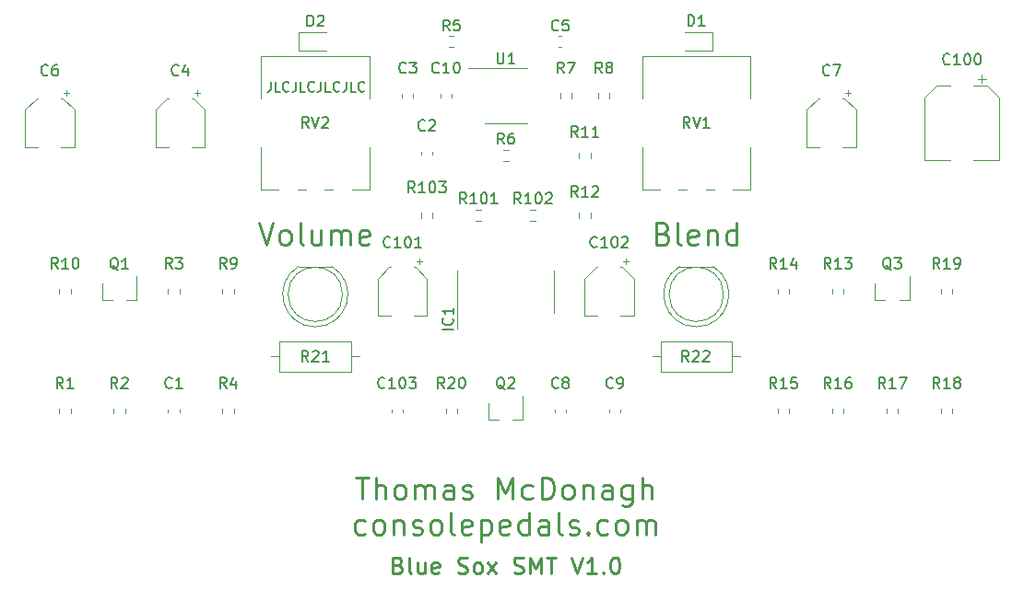
<source format=gbr>
G04 #@! TF.GenerationSoftware,KiCad,Pcbnew,(5.1.7)-1*
G04 #@! TF.CreationDate,2022-03-27T18:30:17-05:00*
G04 #@! TF.ProjectId,ConsolePedalBlueSoxSMT,436f6e73-6f6c-4655-9065-64616c426c75,rev?*
G04 #@! TF.SameCoordinates,Original*
G04 #@! TF.FileFunction,Legend,Top*
G04 #@! TF.FilePolarity,Positive*
%FSLAX46Y46*%
G04 Gerber Fmt 4.6, Leading zero omitted, Abs format (unit mm)*
G04 Created by KiCad (PCBNEW (5.1.7)-1) date 2022-03-27 18:30:17*
%MOMM*%
%LPD*%
G01*
G04 APERTURE LIST*
%ADD10C,0.250000*%
%ADD11C,0.150000*%
%ADD12C,0.120000*%
G04 APERTURE END LIST*
D10*
X147202380Y-90662142D02*
X147488095Y-90757380D01*
X147583333Y-90852619D01*
X147678571Y-91043095D01*
X147678571Y-91328809D01*
X147583333Y-91519285D01*
X147488095Y-91614523D01*
X147297619Y-91709761D01*
X146535714Y-91709761D01*
X146535714Y-89709761D01*
X147202380Y-89709761D01*
X147392857Y-89805000D01*
X147488095Y-89900238D01*
X147583333Y-90090714D01*
X147583333Y-90281190D01*
X147488095Y-90471666D01*
X147392857Y-90566904D01*
X147202380Y-90662142D01*
X146535714Y-90662142D01*
X148821428Y-91709761D02*
X148630952Y-91614523D01*
X148535714Y-91424047D01*
X148535714Y-89709761D01*
X150345238Y-91614523D02*
X150154761Y-91709761D01*
X149773809Y-91709761D01*
X149583333Y-91614523D01*
X149488095Y-91424047D01*
X149488095Y-90662142D01*
X149583333Y-90471666D01*
X149773809Y-90376428D01*
X150154761Y-90376428D01*
X150345238Y-90471666D01*
X150440476Y-90662142D01*
X150440476Y-90852619D01*
X149488095Y-91043095D01*
X151297619Y-90376428D02*
X151297619Y-91709761D01*
X151297619Y-90566904D02*
X151392857Y-90471666D01*
X151583333Y-90376428D01*
X151869047Y-90376428D01*
X152059523Y-90471666D01*
X152154761Y-90662142D01*
X152154761Y-91709761D01*
X153964285Y-91709761D02*
X153964285Y-89709761D01*
X153964285Y-91614523D02*
X153773809Y-91709761D01*
X153392857Y-91709761D01*
X153202380Y-91614523D01*
X153107142Y-91519285D01*
X153011904Y-91328809D01*
X153011904Y-90757380D01*
X153107142Y-90566904D01*
X153202380Y-90471666D01*
X153392857Y-90376428D01*
X153773809Y-90376428D01*
X153964285Y-90471666D01*
X110059523Y-89709761D02*
X110726190Y-91709761D01*
X111392857Y-89709761D01*
X112345238Y-91709761D02*
X112154761Y-91614523D01*
X112059523Y-91519285D01*
X111964285Y-91328809D01*
X111964285Y-90757380D01*
X112059523Y-90566904D01*
X112154761Y-90471666D01*
X112345238Y-90376428D01*
X112630952Y-90376428D01*
X112821428Y-90471666D01*
X112916666Y-90566904D01*
X113011904Y-90757380D01*
X113011904Y-91328809D01*
X112916666Y-91519285D01*
X112821428Y-91614523D01*
X112630952Y-91709761D01*
X112345238Y-91709761D01*
X114154761Y-91709761D02*
X113964285Y-91614523D01*
X113869047Y-91424047D01*
X113869047Y-89709761D01*
X115773809Y-90376428D02*
X115773809Y-91709761D01*
X114916666Y-90376428D02*
X114916666Y-91424047D01*
X115011904Y-91614523D01*
X115202380Y-91709761D01*
X115488095Y-91709761D01*
X115678571Y-91614523D01*
X115773809Y-91519285D01*
X116726190Y-91709761D02*
X116726190Y-90376428D01*
X116726190Y-90566904D02*
X116821428Y-90471666D01*
X117011904Y-90376428D01*
X117297619Y-90376428D01*
X117488095Y-90471666D01*
X117583333Y-90662142D01*
X117583333Y-91709761D01*
X117583333Y-90662142D02*
X117678571Y-90471666D01*
X117869047Y-90376428D01*
X118154761Y-90376428D01*
X118345238Y-90471666D01*
X118440476Y-90662142D01*
X118440476Y-91709761D01*
X120154761Y-91614523D02*
X119964285Y-91709761D01*
X119583333Y-91709761D01*
X119392857Y-91614523D01*
X119297619Y-91424047D01*
X119297619Y-90662142D01*
X119392857Y-90471666D01*
X119583333Y-90376428D01*
X119964285Y-90376428D01*
X120154761Y-90471666D01*
X120250000Y-90662142D01*
X120250000Y-90852619D01*
X119297619Y-91043095D01*
D11*
X111158857Y-76723142D02*
X111158857Y-77366000D01*
X111116000Y-77494571D01*
X111030285Y-77580285D01*
X110901714Y-77623142D01*
X110816000Y-77623142D01*
X112016000Y-77623142D02*
X111587428Y-77623142D01*
X111587428Y-76723142D01*
X112830285Y-77537428D02*
X112787428Y-77580285D01*
X112658857Y-77623142D01*
X112573142Y-77623142D01*
X112444571Y-77580285D01*
X112358857Y-77494571D01*
X112316000Y-77408857D01*
X112273142Y-77237428D01*
X112273142Y-77108857D01*
X112316000Y-76937428D01*
X112358857Y-76851714D01*
X112444571Y-76766000D01*
X112573142Y-76723142D01*
X112658857Y-76723142D01*
X112787428Y-76766000D01*
X112830285Y-76808857D01*
X113473142Y-76723142D02*
X113473142Y-77366000D01*
X113430285Y-77494571D01*
X113344571Y-77580285D01*
X113216000Y-77623142D01*
X113130285Y-77623142D01*
X114330285Y-77623142D02*
X113901714Y-77623142D01*
X113901714Y-76723142D01*
X115144571Y-77537428D02*
X115101714Y-77580285D01*
X114973142Y-77623142D01*
X114887428Y-77623142D01*
X114758857Y-77580285D01*
X114673142Y-77494571D01*
X114630285Y-77408857D01*
X114587428Y-77237428D01*
X114587428Y-77108857D01*
X114630285Y-76937428D01*
X114673142Y-76851714D01*
X114758857Y-76766000D01*
X114887428Y-76723142D01*
X114973142Y-76723142D01*
X115101714Y-76766000D01*
X115144571Y-76808857D01*
X115787428Y-76723142D02*
X115787428Y-77366000D01*
X115744571Y-77494571D01*
X115658857Y-77580285D01*
X115530285Y-77623142D01*
X115444571Y-77623142D01*
X116644571Y-77623142D02*
X116216000Y-77623142D01*
X116216000Y-76723142D01*
X117458857Y-77537428D02*
X117416000Y-77580285D01*
X117287428Y-77623142D01*
X117201714Y-77623142D01*
X117073142Y-77580285D01*
X116987428Y-77494571D01*
X116944571Y-77408857D01*
X116901714Y-77237428D01*
X116901714Y-77108857D01*
X116944571Y-76937428D01*
X116987428Y-76851714D01*
X117073142Y-76766000D01*
X117201714Y-76723142D01*
X117287428Y-76723142D01*
X117416000Y-76766000D01*
X117458857Y-76808857D01*
X118101714Y-76723142D02*
X118101714Y-77366000D01*
X118058857Y-77494571D01*
X117973142Y-77580285D01*
X117844571Y-77623142D01*
X117758857Y-77623142D01*
X118958857Y-77623142D02*
X118530285Y-77623142D01*
X118530285Y-76723142D01*
X119773142Y-77537428D02*
X119730285Y-77580285D01*
X119601714Y-77623142D01*
X119516000Y-77623142D01*
X119387428Y-77580285D01*
X119301714Y-77494571D01*
X119258857Y-77408857D01*
X119216000Y-77237428D01*
X119216000Y-77108857D01*
X119258857Y-76937428D01*
X119301714Y-76851714D01*
X119387428Y-76766000D01*
X119516000Y-76723142D01*
X119601714Y-76723142D01*
X119730285Y-76766000D01*
X119773142Y-76808857D01*
D10*
X122857142Y-121177857D02*
X123071428Y-121249285D01*
X123142857Y-121320714D01*
X123214285Y-121463571D01*
X123214285Y-121677857D01*
X123142857Y-121820714D01*
X123071428Y-121892142D01*
X122928571Y-121963571D01*
X122357142Y-121963571D01*
X122357142Y-120463571D01*
X122857142Y-120463571D01*
X123000000Y-120535000D01*
X123071428Y-120606428D01*
X123142857Y-120749285D01*
X123142857Y-120892142D01*
X123071428Y-121035000D01*
X123000000Y-121106428D01*
X122857142Y-121177857D01*
X122357142Y-121177857D01*
X124071428Y-121963571D02*
X123928571Y-121892142D01*
X123857142Y-121749285D01*
X123857142Y-120463571D01*
X125285714Y-120963571D02*
X125285714Y-121963571D01*
X124642857Y-120963571D02*
X124642857Y-121749285D01*
X124714285Y-121892142D01*
X124857142Y-121963571D01*
X125071428Y-121963571D01*
X125214285Y-121892142D01*
X125285714Y-121820714D01*
X126571428Y-121892142D02*
X126428571Y-121963571D01*
X126142857Y-121963571D01*
X126000000Y-121892142D01*
X125928571Y-121749285D01*
X125928571Y-121177857D01*
X126000000Y-121035000D01*
X126142857Y-120963571D01*
X126428571Y-120963571D01*
X126571428Y-121035000D01*
X126642857Y-121177857D01*
X126642857Y-121320714D01*
X125928571Y-121463571D01*
X128357142Y-121892142D02*
X128571428Y-121963571D01*
X128928571Y-121963571D01*
X129071428Y-121892142D01*
X129142857Y-121820714D01*
X129214285Y-121677857D01*
X129214285Y-121535000D01*
X129142857Y-121392142D01*
X129071428Y-121320714D01*
X128928571Y-121249285D01*
X128642857Y-121177857D01*
X128500000Y-121106428D01*
X128428571Y-121035000D01*
X128357142Y-120892142D01*
X128357142Y-120749285D01*
X128428571Y-120606428D01*
X128500000Y-120535000D01*
X128642857Y-120463571D01*
X129000000Y-120463571D01*
X129214285Y-120535000D01*
X130071428Y-121963571D02*
X129928571Y-121892142D01*
X129857142Y-121820714D01*
X129785714Y-121677857D01*
X129785714Y-121249285D01*
X129857142Y-121106428D01*
X129928571Y-121035000D01*
X130071428Y-120963571D01*
X130285714Y-120963571D01*
X130428571Y-121035000D01*
X130500000Y-121106428D01*
X130571428Y-121249285D01*
X130571428Y-121677857D01*
X130500000Y-121820714D01*
X130428571Y-121892142D01*
X130285714Y-121963571D01*
X130071428Y-121963571D01*
X131071428Y-121963571D02*
X131857142Y-120963571D01*
X131071428Y-120963571D02*
X131857142Y-121963571D01*
X133500000Y-121892142D02*
X133714285Y-121963571D01*
X134071428Y-121963571D01*
X134214285Y-121892142D01*
X134285714Y-121820714D01*
X134357142Y-121677857D01*
X134357142Y-121535000D01*
X134285714Y-121392142D01*
X134214285Y-121320714D01*
X134071428Y-121249285D01*
X133785714Y-121177857D01*
X133642857Y-121106428D01*
X133571428Y-121035000D01*
X133500000Y-120892142D01*
X133500000Y-120749285D01*
X133571428Y-120606428D01*
X133642857Y-120535000D01*
X133785714Y-120463571D01*
X134142857Y-120463571D01*
X134357142Y-120535000D01*
X135000000Y-121963571D02*
X135000000Y-120463571D01*
X135500000Y-121535000D01*
X136000000Y-120463571D01*
X136000000Y-121963571D01*
X136500000Y-120463571D02*
X137357142Y-120463571D01*
X136928571Y-121963571D02*
X136928571Y-120463571D01*
X138785714Y-120463571D02*
X139285714Y-121963571D01*
X139785714Y-120463571D01*
X141071428Y-121963571D02*
X140214285Y-121963571D01*
X140642857Y-121963571D02*
X140642857Y-120463571D01*
X140500000Y-120677857D01*
X140357142Y-120820714D01*
X140214285Y-120892142D01*
X141714285Y-121820714D02*
X141785714Y-121892142D01*
X141714285Y-121963571D01*
X141642857Y-121892142D01*
X141714285Y-121820714D01*
X141714285Y-121963571D01*
X142714285Y-120463571D02*
X142857142Y-120463571D01*
X143000000Y-120535000D01*
X143071428Y-120606428D01*
X143142857Y-120749285D01*
X143214285Y-121035000D01*
X143214285Y-121392142D01*
X143142857Y-121677857D01*
X143071428Y-121820714D01*
X143000000Y-121892142D01*
X142857142Y-121963571D01*
X142714285Y-121963571D01*
X142571428Y-121892142D01*
X142500000Y-121820714D01*
X142428571Y-121677857D01*
X142357142Y-121392142D01*
X142357142Y-121035000D01*
X142428571Y-120749285D01*
X142500000Y-120606428D01*
X142571428Y-120535000D01*
X142714285Y-120463571D01*
X119000714Y-113103761D02*
X120143571Y-113103761D01*
X119572142Y-115103761D02*
X119572142Y-113103761D01*
X120810238Y-115103761D02*
X120810238Y-113103761D01*
X121667380Y-115103761D02*
X121667380Y-114056142D01*
X121572142Y-113865666D01*
X121381666Y-113770428D01*
X121095952Y-113770428D01*
X120905476Y-113865666D01*
X120810238Y-113960904D01*
X122905476Y-115103761D02*
X122715000Y-115008523D01*
X122619761Y-114913285D01*
X122524523Y-114722809D01*
X122524523Y-114151380D01*
X122619761Y-113960904D01*
X122715000Y-113865666D01*
X122905476Y-113770428D01*
X123191190Y-113770428D01*
X123381666Y-113865666D01*
X123476904Y-113960904D01*
X123572142Y-114151380D01*
X123572142Y-114722809D01*
X123476904Y-114913285D01*
X123381666Y-115008523D01*
X123191190Y-115103761D01*
X122905476Y-115103761D01*
X124429285Y-115103761D02*
X124429285Y-113770428D01*
X124429285Y-113960904D02*
X124524523Y-113865666D01*
X124715000Y-113770428D01*
X125000714Y-113770428D01*
X125191190Y-113865666D01*
X125286428Y-114056142D01*
X125286428Y-115103761D01*
X125286428Y-114056142D02*
X125381666Y-113865666D01*
X125572142Y-113770428D01*
X125857857Y-113770428D01*
X126048333Y-113865666D01*
X126143571Y-114056142D01*
X126143571Y-115103761D01*
X127953095Y-115103761D02*
X127953095Y-114056142D01*
X127857857Y-113865666D01*
X127667380Y-113770428D01*
X127286428Y-113770428D01*
X127095952Y-113865666D01*
X127953095Y-115008523D02*
X127762619Y-115103761D01*
X127286428Y-115103761D01*
X127095952Y-115008523D01*
X127000714Y-114818047D01*
X127000714Y-114627571D01*
X127095952Y-114437095D01*
X127286428Y-114341857D01*
X127762619Y-114341857D01*
X127953095Y-114246619D01*
X128810238Y-115008523D02*
X129000714Y-115103761D01*
X129381666Y-115103761D01*
X129572142Y-115008523D01*
X129667380Y-114818047D01*
X129667380Y-114722809D01*
X129572142Y-114532333D01*
X129381666Y-114437095D01*
X129095952Y-114437095D01*
X128905476Y-114341857D01*
X128810238Y-114151380D01*
X128810238Y-114056142D01*
X128905476Y-113865666D01*
X129095952Y-113770428D01*
X129381666Y-113770428D01*
X129572142Y-113865666D01*
X132048333Y-115103761D02*
X132048333Y-113103761D01*
X132715000Y-114532333D01*
X133381666Y-113103761D01*
X133381666Y-115103761D01*
X135191190Y-115008523D02*
X135000714Y-115103761D01*
X134619761Y-115103761D01*
X134429285Y-115008523D01*
X134334047Y-114913285D01*
X134238809Y-114722809D01*
X134238809Y-114151380D01*
X134334047Y-113960904D01*
X134429285Y-113865666D01*
X134619761Y-113770428D01*
X135000714Y-113770428D01*
X135191190Y-113865666D01*
X136048333Y-115103761D02*
X136048333Y-113103761D01*
X136524523Y-113103761D01*
X136810238Y-113199000D01*
X137000714Y-113389476D01*
X137095952Y-113579952D01*
X137191190Y-113960904D01*
X137191190Y-114246619D01*
X137095952Y-114627571D01*
X137000714Y-114818047D01*
X136810238Y-115008523D01*
X136524523Y-115103761D01*
X136048333Y-115103761D01*
X138334047Y-115103761D02*
X138143571Y-115008523D01*
X138048333Y-114913285D01*
X137953095Y-114722809D01*
X137953095Y-114151380D01*
X138048333Y-113960904D01*
X138143571Y-113865666D01*
X138334047Y-113770428D01*
X138619761Y-113770428D01*
X138810238Y-113865666D01*
X138905476Y-113960904D01*
X139000714Y-114151380D01*
X139000714Y-114722809D01*
X138905476Y-114913285D01*
X138810238Y-115008523D01*
X138619761Y-115103761D01*
X138334047Y-115103761D01*
X139857857Y-113770428D02*
X139857857Y-115103761D01*
X139857857Y-113960904D02*
X139953095Y-113865666D01*
X140143571Y-113770428D01*
X140429285Y-113770428D01*
X140619761Y-113865666D01*
X140715000Y-114056142D01*
X140715000Y-115103761D01*
X142524523Y-115103761D02*
X142524523Y-114056142D01*
X142429285Y-113865666D01*
X142238809Y-113770428D01*
X141857857Y-113770428D01*
X141667380Y-113865666D01*
X142524523Y-115008523D02*
X142334047Y-115103761D01*
X141857857Y-115103761D01*
X141667380Y-115008523D01*
X141572142Y-114818047D01*
X141572142Y-114627571D01*
X141667380Y-114437095D01*
X141857857Y-114341857D01*
X142334047Y-114341857D01*
X142524523Y-114246619D01*
X144334047Y-113770428D02*
X144334047Y-115389476D01*
X144238809Y-115579952D01*
X144143571Y-115675190D01*
X143953095Y-115770428D01*
X143667380Y-115770428D01*
X143476904Y-115675190D01*
X144334047Y-115008523D02*
X144143571Y-115103761D01*
X143762619Y-115103761D01*
X143572142Y-115008523D01*
X143476904Y-114913285D01*
X143381666Y-114722809D01*
X143381666Y-114151380D01*
X143476904Y-113960904D01*
X143572142Y-113865666D01*
X143762619Y-113770428D01*
X144143571Y-113770428D01*
X144334047Y-113865666D01*
X145286428Y-115103761D02*
X145286428Y-113103761D01*
X146143571Y-115103761D02*
X146143571Y-114056142D01*
X146048333Y-113865666D01*
X145857857Y-113770428D01*
X145572142Y-113770428D01*
X145381666Y-113865666D01*
X145286428Y-113960904D01*
X119810238Y-118258523D02*
X119619761Y-118353761D01*
X119238809Y-118353761D01*
X119048333Y-118258523D01*
X118953095Y-118163285D01*
X118857857Y-117972809D01*
X118857857Y-117401380D01*
X118953095Y-117210904D01*
X119048333Y-117115666D01*
X119238809Y-117020428D01*
X119619761Y-117020428D01*
X119810238Y-117115666D01*
X120953095Y-118353761D02*
X120762619Y-118258523D01*
X120667380Y-118163285D01*
X120572142Y-117972809D01*
X120572142Y-117401380D01*
X120667380Y-117210904D01*
X120762619Y-117115666D01*
X120953095Y-117020428D01*
X121238809Y-117020428D01*
X121429285Y-117115666D01*
X121524523Y-117210904D01*
X121619761Y-117401380D01*
X121619761Y-117972809D01*
X121524523Y-118163285D01*
X121429285Y-118258523D01*
X121238809Y-118353761D01*
X120953095Y-118353761D01*
X122476904Y-117020428D02*
X122476904Y-118353761D01*
X122476904Y-117210904D02*
X122572142Y-117115666D01*
X122762619Y-117020428D01*
X123048333Y-117020428D01*
X123238809Y-117115666D01*
X123334047Y-117306142D01*
X123334047Y-118353761D01*
X124191190Y-118258523D02*
X124381666Y-118353761D01*
X124762619Y-118353761D01*
X124953095Y-118258523D01*
X125048333Y-118068047D01*
X125048333Y-117972809D01*
X124953095Y-117782333D01*
X124762619Y-117687095D01*
X124476904Y-117687095D01*
X124286428Y-117591857D01*
X124191190Y-117401380D01*
X124191190Y-117306142D01*
X124286428Y-117115666D01*
X124476904Y-117020428D01*
X124762619Y-117020428D01*
X124953095Y-117115666D01*
X126191190Y-118353761D02*
X126000714Y-118258523D01*
X125905476Y-118163285D01*
X125810238Y-117972809D01*
X125810238Y-117401380D01*
X125905476Y-117210904D01*
X126000714Y-117115666D01*
X126191190Y-117020428D01*
X126476904Y-117020428D01*
X126667380Y-117115666D01*
X126762619Y-117210904D01*
X126857857Y-117401380D01*
X126857857Y-117972809D01*
X126762619Y-118163285D01*
X126667380Y-118258523D01*
X126476904Y-118353761D01*
X126191190Y-118353761D01*
X128000714Y-118353761D02*
X127810238Y-118258523D01*
X127715000Y-118068047D01*
X127715000Y-116353761D01*
X129524523Y-118258523D02*
X129334047Y-118353761D01*
X128953095Y-118353761D01*
X128762619Y-118258523D01*
X128667380Y-118068047D01*
X128667380Y-117306142D01*
X128762619Y-117115666D01*
X128953095Y-117020428D01*
X129334047Y-117020428D01*
X129524523Y-117115666D01*
X129619761Y-117306142D01*
X129619761Y-117496619D01*
X128667380Y-117687095D01*
X130476904Y-117020428D02*
X130476904Y-119020428D01*
X130476904Y-117115666D02*
X130667380Y-117020428D01*
X131048333Y-117020428D01*
X131238809Y-117115666D01*
X131334047Y-117210904D01*
X131429285Y-117401380D01*
X131429285Y-117972809D01*
X131334047Y-118163285D01*
X131238809Y-118258523D01*
X131048333Y-118353761D01*
X130667380Y-118353761D01*
X130476904Y-118258523D01*
X133048333Y-118258523D02*
X132857857Y-118353761D01*
X132476904Y-118353761D01*
X132286428Y-118258523D01*
X132191190Y-118068047D01*
X132191190Y-117306142D01*
X132286428Y-117115666D01*
X132476904Y-117020428D01*
X132857857Y-117020428D01*
X133048333Y-117115666D01*
X133143571Y-117306142D01*
X133143571Y-117496619D01*
X132191190Y-117687095D01*
X134857857Y-118353761D02*
X134857857Y-116353761D01*
X134857857Y-118258523D02*
X134667380Y-118353761D01*
X134286428Y-118353761D01*
X134095952Y-118258523D01*
X134000714Y-118163285D01*
X133905476Y-117972809D01*
X133905476Y-117401380D01*
X134000714Y-117210904D01*
X134095952Y-117115666D01*
X134286428Y-117020428D01*
X134667380Y-117020428D01*
X134857857Y-117115666D01*
X136667380Y-118353761D02*
X136667380Y-117306142D01*
X136572142Y-117115666D01*
X136381666Y-117020428D01*
X136000714Y-117020428D01*
X135810238Y-117115666D01*
X136667380Y-118258523D02*
X136476904Y-118353761D01*
X136000714Y-118353761D01*
X135810238Y-118258523D01*
X135715000Y-118068047D01*
X135715000Y-117877571D01*
X135810238Y-117687095D01*
X136000714Y-117591857D01*
X136476904Y-117591857D01*
X136667380Y-117496619D01*
X137905476Y-118353761D02*
X137715000Y-118258523D01*
X137619761Y-118068047D01*
X137619761Y-116353761D01*
X138572142Y-118258523D02*
X138762619Y-118353761D01*
X139143571Y-118353761D01*
X139334047Y-118258523D01*
X139429285Y-118068047D01*
X139429285Y-117972809D01*
X139334047Y-117782333D01*
X139143571Y-117687095D01*
X138857857Y-117687095D01*
X138667380Y-117591857D01*
X138572142Y-117401380D01*
X138572142Y-117306142D01*
X138667380Y-117115666D01*
X138857857Y-117020428D01*
X139143571Y-117020428D01*
X139334047Y-117115666D01*
X140286428Y-118163285D02*
X140381666Y-118258523D01*
X140286428Y-118353761D01*
X140191190Y-118258523D01*
X140286428Y-118163285D01*
X140286428Y-118353761D01*
X142095952Y-118258523D02*
X141905476Y-118353761D01*
X141524523Y-118353761D01*
X141334047Y-118258523D01*
X141238809Y-118163285D01*
X141143571Y-117972809D01*
X141143571Y-117401380D01*
X141238809Y-117210904D01*
X141334047Y-117115666D01*
X141524523Y-117020428D01*
X141905476Y-117020428D01*
X142095952Y-117115666D01*
X143238809Y-118353761D02*
X143048333Y-118258523D01*
X142953095Y-118163285D01*
X142857857Y-117972809D01*
X142857857Y-117401380D01*
X142953095Y-117210904D01*
X143048333Y-117115666D01*
X143238809Y-117020428D01*
X143524523Y-117020428D01*
X143715000Y-117115666D01*
X143810238Y-117210904D01*
X143905476Y-117401380D01*
X143905476Y-117972809D01*
X143810238Y-118163285D01*
X143715000Y-118258523D01*
X143524523Y-118353761D01*
X143238809Y-118353761D01*
X144762619Y-118353761D02*
X144762619Y-117020428D01*
X144762619Y-117210904D02*
X144857857Y-117115666D01*
X145048333Y-117020428D01*
X145334047Y-117020428D01*
X145524523Y-117115666D01*
X145619761Y-117306142D01*
X145619761Y-118353761D01*
X145619761Y-117306142D02*
X145715000Y-117115666D01*
X145905476Y-117020428D01*
X146191190Y-117020428D01*
X146381666Y-117115666D01*
X146476904Y-117306142D01*
X146476904Y-118353761D01*
D12*
G04 #@! TO.C,R21*
X119290000Y-102000000D02*
X118520000Y-102000000D01*
X111210000Y-102000000D02*
X111980000Y-102000000D01*
X118520000Y-100630000D02*
X111980000Y-100630000D01*
X118520000Y-103370000D02*
X118520000Y-100630000D01*
X111980000Y-103370000D02*
X118520000Y-103370000D01*
X111980000Y-100630000D02*
X111980000Y-103370000D01*
G04 #@! TO.C,D3*
X116795000Y-93710000D02*
X113705000Y-93710000D01*
X117750000Y-96270000D02*
G75*
G03*
X117750000Y-96270000I-2500000J0D01*
G01*
X115249538Y-99260000D02*
G75*
G03*
X116794830Y-93710000I462J2990000D01*
G01*
X115250462Y-99260000D02*
G75*
G02*
X113705170Y-93710000I-462J2990000D01*
G01*
G04 #@! TO.C,D4*
X152750000Y-96270000D02*
G75*
G03*
X152750000Y-96270000I-2500000J0D01*
G01*
X151795000Y-93710000D02*
X148705000Y-93710000D01*
X150250462Y-99260000D02*
G75*
G02*
X148705170Y-93710000I-462J2990000D01*
G01*
X150249538Y-99260000D02*
G75*
G03*
X151794830Y-93710000I462J2990000D01*
G01*
G04 #@! TO.C,RV1*
X145280000Y-74380000D02*
X155220000Y-74380000D01*
X153620000Y-86620000D02*
X155220000Y-86620000D01*
X151121000Y-86620000D02*
X151880000Y-86620000D01*
X148621000Y-86620000D02*
X149380000Y-86620000D01*
X145280000Y-86620000D02*
X146879000Y-86620000D01*
X155220000Y-78245000D02*
X155220000Y-74380000D01*
X155220000Y-86620000D02*
X155220000Y-82755000D01*
X145280000Y-78245000D02*
X145280000Y-74380000D01*
X145280000Y-86620000D02*
X145280000Y-82755000D01*
G04 #@! TO.C,RV2*
X110280000Y-86620000D02*
X110280000Y-82755000D01*
X110280000Y-78245000D02*
X110280000Y-74380000D01*
X120220000Y-86620000D02*
X120220000Y-82755000D01*
X120220000Y-78245000D02*
X120220000Y-74380000D01*
X110280000Y-86620000D02*
X111879000Y-86620000D01*
X113621000Y-86620000D02*
X114380000Y-86620000D01*
X116121000Y-86620000D02*
X116880000Y-86620000D01*
X118620000Y-86620000D02*
X120220000Y-86620000D01*
X110280000Y-74380000D02*
X120220000Y-74380000D01*
G04 #@! TO.C,C1*
X102760000Y-106859420D02*
X102760000Y-107140580D01*
X101740000Y-106859420D02*
X101740000Y-107140580D01*
G04 #@! TO.C,C2*
X126010000Y-83452580D02*
X126010000Y-83171420D01*
X124990000Y-83452580D02*
X124990000Y-83171420D01*
G04 #@! TO.C,C3*
X123240000Y-78140580D02*
X123240000Y-77859420D01*
X124260000Y-78140580D02*
X124260000Y-77859420D01*
G04 #@! TO.C,C4*
X100590000Y-82760000D02*
X101790000Y-82760000D01*
X105110000Y-82760000D02*
X103910000Y-82760000D01*
X105110000Y-79304437D02*
X105110000Y-82760000D01*
X100590000Y-79304437D02*
X100590000Y-82760000D01*
X101654437Y-78240000D02*
X101790000Y-78240000D01*
X104045563Y-78240000D02*
X103910000Y-78240000D01*
X104045563Y-78240000D02*
X105110000Y-79304437D01*
X101654437Y-78240000D02*
X100590000Y-79304437D01*
X104410000Y-77500000D02*
X104410000Y-78000000D01*
X104660000Y-77750000D02*
X104160000Y-77750000D01*
G04 #@! TO.C,C5*
X137609420Y-73510000D02*
X137890580Y-73510000D01*
X137609420Y-72490000D02*
X137890580Y-72490000D01*
G04 #@! TO.C,C6*
X92660000Y-77750000D02*
X92160000Y-77750000D01*
X92410000Y-77500000D02*
X92410000Y-78000000D01*
X89654437Y-78240000D02*
X88590000Y-79304437D01*
X92045563Y-78240000D02*
X93110000Y-79304437D01*
X92045563Y-78240000D02*
X91910000Y-78240000D01*
X89654437Y-78240000D02*
X89790000Y-78240000D01*
X88590000Y-79304437D02*
X88590000Y-82760000D01*
X93110000Y-79304437D02*
X93110000Y-82760000D01*
X93110000Y-82760000D02*
X91910000Y-82760000D01*
X88590000Y-82760000D02*
X89790000Y-82760000D01*
G04 #@! TO.C,C7*
X160390000Y-82760000D02*
X161590000Y-82760000D01*
X164910000Y-82760000D02*
X163710000Y-82760000D01*
X164910000Y-79304437D02*
X164910000Y-82760000D01*
X160390000Y-79304437D02*
X160390000Y-82760000D01*
X161454437Y-78240000D02*
X161590000Y-78240000D01*
X163845563Y-78240000D02*
X163710000Y-78240000D01*
X163845563Y-78240000D02*
X164910000Y-79304437D01*
X161454437Y-78240000D02*
X160390000Y-79304437D01*
X164210000Y-77500000D02*
X164210000Y-78000000D01*
X164460000Y-77750000D02*
X163960000Y-77750000D01*
G04 #@! TO.C,C8*
X138260000Y-107140580D02*
X138260000Y-106859420D01*
X137240000Y-107140580D02*
X137240000Y-106859420D01*
G04 #@! TO.C,C9*
X143260000Y-106859420D02*
X143260000Y-107140580D01*
X142240000Y-106859420D02*
X142240000Y-107140580D01*
G04 #@! TO.C,C10*
X127760000Y-78140580D02*
X127760000Y-77859420D01*
X126740000Y-78140580D02*
X126740000Y-77859420D01*
G04 #@! TO.C,C100*
X171240000Y-83910000D02*
X173590000Y-83910000D01*
X178060000Y-83910000D02*
X175710000Y-83910000D01*
X178060000Y-78154437D02*
X178060000Y-83910000D01*
X171240000Y-78154437D02*
X171240000Y-83910000D01*
X172304437Y-77090000D02*
X173590000Y-77090000D01*
X176995563Y-77090000D02*
X175710000Y-77090000D01*
X176995563Y-77090000D02*
X178060000Y-78154437D01*
X172304437Y-77090000D02*
X171240000Y-78154437D01*
X176497500Y-76062500D02*
X176497500Y-76850000D01*
X176891250Y-76456250D02*
X176103750Y-76456250D01*
G04 #@! TO.C,C101*
X125060000Y-93250000D02*
X124560000Y-93250000D01*
X124810000Y-93000000D02*
X124810000Y-93500000D01*
X122054437Y-93740000D02*
X120990000Y-94804437D01*
X124445563Y-93740000D02*
X125510000Y-94804437D01*
X124445563Y-93740000D02*
X124310000Y-93740000D01*
X122054437Y-93740000D02*
X122190000Y-93740000D01*
X120990000Y-94804437D02*
X120990000Y-98260000D01*
X125510000Y-94804437D02*
X125510000Y-98260000D01*
X125510000Y-98260000D02*
X124310000Y-98260000D01*
X120990000Y-98260000D02*
X122190000Y-98260000D01*
G04 #@! TO.C,C102*
X139990000Y-98260000D02*
X141190000Y-98260000D01*
X144510000Y-98260000D02*
X143310000Y-98260000D01*
X144510000Y-94804437D02*
X144510000Y-98260000D01*
X139990000Y-94804437D02*
X139990000Y-98260000D01*
X141054437Y-93740000D02*
X141190000Y-93740000D01*
X143445563Y-93740000D02*
X143310000Y-93740000D01*
X143445563Y-93740000D02*
X144510000Y-94804437D01*
X141054437Y-93740000D02*
X139990000Y-94804437D01*
X143810000Y-93000000D02*
X143810000Y-93500000D01*
X144060000Y-93250000D02*
X143560000Y-93250000D01*
G04 #@! TO.C,C103*
X122240000Y-107140580D02*
X122240000Y-106859420D01*
X123260000Y-107140580D02*
X123260000Y-106859420D01*
G04 #@! TO.C,D1*
X151750000Y-73850000D02*
X149200000Y-73850000D01*
X151750000Y-72150000D02*
X149200000Y-72150000D01*
X151750000Y-73850000D02*
X151750000Y-72150000D01*
G04 #@! TO.C,D2*
X113750000Y-72150000D02*
X113750000Y-73850000D01*
X113750000Y-73850000D02*
X116300000Y-73850000D01*
X113750000Y-72150000D02*
X116300000Y-72150000D01*
G04 #@! TO.C,IC1*
X137185000Y-96000000D02*
X137185000Y-94050000D01*
X137185000Y-96000000D02*
X137185000Y-97950000D01*
X128315000Y-96000000D02*
X128315000Y-94050000D01*
X128315000Y-96000000D02*
X128315000Y-99450000D01*
G04 #@! TO.C,Q1*
X95670000Y-96760000D02*
X95670000Y-95300000D01*
X98830000Y-96760000D02*
X98830000Y-94600000D01*
X98830000Y-96760000D02*
X97900000Y-96760000D01*
X95670000Y-96760000D02*
X96600000Y-96760000D01*
G04 #@! TO.C,Q2*
X131170000Y-107760000D02*
X132100000Y-107760000D01*
X134330000Y-107760000D02*
X133400000Y-107760000D01*
X134330000Y-107760000D02*
X134330000Y-105600000D01*
X131170000Y-107760000D02*
X131170000Y-106300000D01*
G04 #@! TO.C,Q3*
X166670000Y-96760000D02*
X167600000Y-96760000D01*
X169830000Y-96760000D02*
X168900000Y-96760000D01*
X169830000Y-96760000D02*
X169830000Y-94600000D01*
X166670000Y-96760000D02*
X166670000Y-95300000D01*
G04 #@! TO.C,R1*
X92772500Y-107237258D02*
X92772500Y-106762742D01*
X91727500Y-107237258D02*
X91727500Y-106762742D01*
G04 #@! TO.C,R2*
X97772500Y-106762742D02*
X97772500Y-107237258D01*
X96727500Y-106762742D02*
X96727500Y-107237258D01*
G04 #@! TO.C,R3*
X101727500Y-96237258D02*
X101727500Y-95762742D01*
X102772500Y-96237258D02*
X102772500Y-95762742D01*
G04 #@! TO.C,R4*
X107772500Y-106762742D02*
X107772500Y-107237258D01*
X106727500Y-106762742D02*
X106727500Y-107237258D01*
G04 #@! TO.C,R5*
X127512742Y-72477500D02*
X127987258Y-72477500D01*
X127512742Y-73522500D02*
X127987258Y-73522500D01*
G04 #@! TO.C,R6*
X132987258Y-84022500D02*
X132512742Y-84022500D01*
X132987258Y-82977500D02*
X132512742Y-82977500D01*
G04 #@! TO.C,R7*
X138772500Y-78237258D02*
X138772500Y-77762742D01*
X137727500Y-78237258D02*
X137727500Y-77762742D01*
G04 #@! TO.C,R8*
X142272500Y-77762742D02*
X142272500Y-78237258D01*
X141227500Y-77762742D02*
X141227500Y-78237258D01*
G04 #@! TO.C,R9*
X106727500Y-95762742D02*
X106727500Y-96237258D01*
X107772500Y-95762742D02*
X107772500Y-96237258D01*
G04 #@! TO.C,R10*
X92772500Y-95762742D02*
X92772500Y-96237258D01*
X91727500Y-95762742D02*
X91727500Y-96237258D01*
G04 #@! TO.C,R11*
X139477500Y-83262742D02*
X139477500Y-83737258D01*
X140522500Y-83262742D02*
X140522500Y-83737258D01*
G04 #@! TO.C,R12*
X139477500Y-88762742D02*
X139477500Y-89237258D01*
X140522500Y-88762742D02*
X140522500Y-89237258D01*
G04 #@! TO.C,R13*
X162727500Y-96237258D02*
X162727500Y-95762742D01*
X163772500Y-96237258D02*
X163772500Y-95762742D01*
G04 #@! TO.C,R14*
X158772500Y-95762742D02*
X158772500Y-96237258D01*
X157727500Y-95762742D02*
X157727500Y-96237258D01*
G04 #@! TO.C,R15*
X158772500Y-107237258D02*
X158772500Y-106762742D01*
X157727500Y-107237258D02*
X157727500Y-106762742D01*
G04 #@! TO.C,R16*
X163772500Y-106762742D02*
X163772500Y-107237258D01*
X162727500Y-106762742D02*
X162727500Y-107237258D01*
G04 #@! TO.C,R17*
X167727500Y-106762742D02*
X167727500Y-107237258D01*
X168772500Y-106762742D02*
X168772500Y-107237258D01*
G04 #@! TO.C,R18*
X173772500Y-106762742D02*
X173772500Y-107237258D01*
X172727500Y-106762742D02*
X172727500Y-107237258D01*
G04 #@! TO.C,R19*
X173772500Y-96237258D02*
X173772500Y-95762742D01*
X172727500Y-96237258D02*
X172727500Y-95762742D01*
G04 #@! TO.C,R20*
X127227500Y-106762742D02*
X127227500Y-107237258D01*
X128272500Y-106762742D02*
X128272500Y-107237258D01*
G04 #@! TO.C,R22*
X146980000Y-100630000D02*
X146980000Y-103370000D01*
X146980000Y-103370000D02*
X153520000Y-103370000D01*
X153520000Y-103370000D02*
X153520000Y-100630000D01*
X153520000Y-100630000D02*
X146980000Y-100630000D01*
X146210000Y-102000000D02*
X146980000Y-102000000D01*
X154290000Y-102000000D02*
X153520000Y-102000000D01*
G04 #@! TO.C,R101*
X130487258Y-88477500D02*
X130012742Y-88477500D01*
X130487258Y-89522500D02*
X130012742Y-89522500D01*
G04 #@! TO.C,R102*
X135487258Y-89522500D02*
X135012742Y-89522500D01*
X135487258Y-88477500D02*
X135012742Y-88477500D01*
G04 #@! TO.C,R103*
X126022500Y-89237258D02*
X126022500Y-88762742D01*
X124977500Y-89237258D02*
X124977500Y-88762742D01*
G04 #@! TO.C,U1*
X132750000Y-80560000D02*
X134700000Y-80560000D01*
X132750000Y-80560000D02*
X130800000Y-80560000D01*
X132750000Y-75440000D02*
X134700000Y-75440000D01*
X132750000Y-75440000D02*
X129300000Y-75440000D01*
G04 #@! TO.C,R21*
D11*
X114607142Y-102452380D02*
X114273809Y-101976190D01*
X114035714Y-102452380D02*
X114035714Y-101452380D01*
X114416666Y-101452380D01*
X114511904Y-101500000D01*
X114559523Y-101547619D01*
X114607142Y-101642857D01*
X114607142Y-101785714D01*
X114559523Y-101880952D01*
X114511904Y-101928571D01*
X114416666Y-101976190D01*
X114035714Y-101976190D01*
X114988095Y-101547619D02*
X115035714Y-101500000D01*
X115130952Y-101452380D01*
X115369047Y-101452380D01*
X115464285Y-101500000D01*
X115511904Y-101547619D01*
X115559523Y-101642857D01*
X115559523Y-101738095D01*
X115511904Y-101880952D01*
X114940476Y-102452380D01*
X115559523Y-102452380D01*
X116511904Y-102452380D02*
X115940476Y-102452380D01*
X116226190Y-102452380D02*
X116226190Y-101452380D01*
X116130952Y-101595238D01*
X116035714Y-101690476D01*
X115940476Y-101738095D01*
G04 #@! TO.C,RV1*
X149654761Y-80952380D02*
X149321428Y-80476190D01*
X149083333Y-80952380D02*
X149083333Y-79952380D01*
X149464285Y-79952380D01*
X149559523Y-80000000D01*
X149607142Y-80047619D01*
X149654761Y-80142857D01*
X149654761Y-80285714D01*
X149607142Y-80380952D01*
X149559523Y-80428571D01*
X149464285Y-80476190D01*
X149083333Y-80476190D01*
X149940476Y-79952380D02*
X150273809Y-80952380D01*
X150607142Y-79952380D01*
X151464285Y-80952380D02*
X150892857Y-80952380D01*
X151178571Y-80952380D02*
X151178571Y-79952380D01*
X151083333Y-80095238D01*
X150988095Y-80190476D01*
X150892857Y-80238095D01*
G04 #@! TO.C,RV2*
X114654761Y-80952380D02*
X114321428Y-80476190D01*
X114083333Y-80952380D02*
X114083333Y-79952380D01*
X114464285Y-79952380D01*
X114559523Y-80000000D01*
X114607142Y-80047619D01*
X114654761Y-80142857D01*
X114654761Y-80285714D01*
X114607142Y-80380952D01*
X114559523Y-80428571D01*
X114464285Y-80476190D01*
X114083333Y-80476190D01*
X114940476Y-79952380D02*
X115273809Y-80952380D01*
X115607142Y-79952380D01*
X115892857Y-80047619D02*
X115940476Y-80000000D01*
X116035714Y-79952380D01*
X116273809Y-79952380D01*
X116369047Y-80000000D01*
X116416666Y-80047619D01*
X116464285Y-80142857D01*
X116464285Y-80238095D01*
X116416666Y-80380952D01*
X115845238Y-80952380D01*
X116464285Y-80952380D01*
G04 #@! TO.C,C1*
X102083333Y-104817142D02*
X102035714Y-104864761D01*
X101892857Y-104912380D01*
X101797619Y-104912380D01*
X101654761Y-104864761D01*
X101559523Y-104769523D01*
X101511904Y-104674285D01*
X101464285Y-104483809D01*
X101464285Y-104340952D01*
X101511904Y-104150476D01*
X101559523Y-104055238D01*
X101654761Y-103960000D01*
X101797619Y-103912380D01*
X101892857Y-103912380D01*
X102035714Y-103960000D01*
X102083333Y-104007619D01*
X103035714Y-104912380D02*
X102464285Y-104912380D01*
X102750000Y-104912380D02*
X102750000Y-103912380D01*
X102654761Y-104055238D01*
X102559523Y-104150476D01*
X102464285Y-104198095D01*
G04 #@! TO.C,C2*
X125333333Y-81129142D02*
X125285714Y-81176761D01*
X125142857Y-81224380D01*
X125047619Y-81224380D01*
X124904761Y-81176761D01*
X124809523Y-81081523D01*
X124761904Y-80986285D01*
X124714285Y-80795809D01*
X124714285Y-80652952D01*
X124761904Y-80462476D01*
X124809523Y-80367238D01*
X124904761Y-80272000D01*
X125047619Y-80224380D01*
X125142857Y-80224380D01*
X125285714Y-80272000D01*
X125333333Y-80319619D01*
X125714285Y-80319619D02*
X125761904Y-80272000D01*
X125857142Y-80224380D01*
X126095238Y-80224380D01*
X126190476Y-80272000D01*
X126238095Y-80319619D01*
X126285714Y-80414857D01*
X126285714Y-80510095D01*
X126238095Y-80652952D01*
X125666666Y-81224380D01*
X126285714Y-81224380D01*
G04 #@! TO.C,C3*
X123583333Y-75817142D02*
X123535714Y-75864761D01*
X123392857Y-75912380D01*
X123297619Y-75912380D01*
X123154761Y-75864761D01*
X123059523Y-75769523D01*
X123011904Y-75674285D01*
X122964285Y-75483809D01*
X122964285Y-75340952D01*
X123011904Y-75150476D01*
X123059523Y-75055238D01*
X123154761Y-74960000D01*
X123297619Y-74912380D01*
X123392857Y-74912380D01*
X123535714Y-74960000D01*
X123583333Y-75007619D01*
X123916666Y-74912380D02*
X124535714Y-74912380D01*
X124202380Y-75293333D01*
X124345238Y-75293333D01*
X124440476Y-75340952D01*
X124488095Y-75388571D01*
X124535714Y-75483809D01*
X124535714Y-75721904D01*
X124488095Y-75817142D01*
X124440476Y-75864761D01*
X124345238Y-75912380D01*
X124059523Y-75912380D01*
X123964285Y-75864761D01*
X123916666Y-75817142D01*
G04 #@! TO.C,C4*
X102683333Y-76049142D02*
X102635714Y-76096761D01*
X102492857Y-76144380D01*
X102397619Y-76144380D01*
X102254761Y-76096761D01*
X102159523Y-76001523D01*
X102111904Y-75906285D01*
X102064285Y-75715809D01*
X102064285Y-75572952D01*
X102111904Y-75382476D01*
X102159523Y-75287238D01*
X102254761Y-75192000D01*
X102397619Y-75144380D01*
X102492857Y-75144380D01*
X102635714Y-75192000D01*
X102683333Y-75239619D01*
X103540476Y-75477714D02*
X103540476Y-76144380D01*
X103302380Y-75096761D02*
X103064285Y-75811047D01*
X103683333Y-75811047D01*
G04 #@! TO.C,C5*
X137583333Y-71927142D02*
X137535714Y-71974761D01*
X137392857Y-72022380D01*
X137297619Y-72022380D01*
X137154761Y-71974761D01*
X137059523Y-71879523D01*
X137011904Y-71784285D01*
X136964285Y-71593809D01*
X136964285Y-71450952D01*
X137011904Y-71260476D01*
X137059523Y-71165238D01*
X137154761Y-71070000D01*
X137297619Y-71022380D01*
X137392857Y-71022380D01*
X137535714Y-71070000D01*
X137583333Y-71117619D01*
X138488095Y-71022380D02*
X138011904Y-71022380D01*
X137964285Y-71498571D01*
X138011904Y-71450952D01*
X138107142Y-71403333D01*
X138345238Y-71403333D01*
X138440476Y-71450952D01*
X138488095Y-71498571D01*
X138535714Y-71593809D01*
X138535714Y-71831904D01*
X138488095Y-71927142D01*
X138440476Y-71974761D01*
X138345238Y-72022380D01*
X138107142Y-72022380D01*
X138011904Y-71974761D01*
X137964285Y-71927142D01*
G04 #@! TO.C,C6*
X90683333Y-76049142D02*
X90635714Y-76096761D01*
X90492857Y-76144380D01*
X90397619Y-76144380D01*
X90254761Y-76096761D01*
X90159523Y-76001523D01*
X90111904Y-75906285D01*
X90064285Y-75715809D01*
X90064285Y-75572952D01*
X90111904Y-75382476D01*
X90159523Y-75287238D01*
X90254761Y-75192000D01*
X90397619Y-75144380D01*
X90492857Y-75144380D01*
X90635714Y-75192000D01*
X90683333Y-75239619D01*
X91540476Y-75144380D02*
X91350000Y-75144380D01*
X91254761Y-75192000D01*
X91207142Y-75239619D01*
X91111904Y-75382476D01*
X91064285Y-75572952D01*
X91064285Y-75953904D01*
X91111904Y-76049142D01*
X91159523Y-76096761D01*
X91254761Y-76144380D01*
X91445238Y-76144380D01*
X91540476Y-76096761D01*
X91588095Y-76049142D01*
X91635714Y-75953904D01*
X91635714Y-75715809D01*
X91588095Y-75620571D01*
X91540476Y-75572952D01*
X91445238Y-75525333D01*
X91254761Y-75525333D01*
X91159523Y-75572952D01*
X91111904Y-75620571D01*
X91064285Y-75715809D01*
G04 #@! TO.C,C7*
X162483333Y-76049142D02*
X162435714Y-76096761D01*
X162292857Y-76144380D01*
X162197619Y-76144380D01*
X162054761Y-76096761D01*
X161959523Y-76001523D01*
X161911904Y-75906285D01*
X161864285Y-75715809D01*
X161864285Y-75572952D01*
X161911904Y-75382476D01*
X161959523Y-75287238D01*
X162054761Y-75192000D01*
X162197619Y-75144380D01*
X162292857Y-75144380D01*
X162435714Y-75192000D01*
X162483333Y-75239619D01*
X162816666Y-75144380D02*
X163483333Y-75144380D01*
X163054761Y-76144380D01*
G04 #@! TO.C,C8*
X137583333Y-104817142D02*
X137535714Y-104864761D01*
X137392857Y-104912380D01*
X137297619Y-104912380D01*
X137154761Y-104864761D01*
X137059523Y-104769523D01*
X137011904Y-104674285D01*
X136964285Y-104483809D01*
X136964285Y-104340952D01*
X137011904Y-104150476D01*
X137059523Y-104055238D01*
X137154761Y-103960000D01*
X137297619Y-103912380D01*
X137392857Y-103912380D01*
X137535714Y-103960000D01*
X137583333Y-104007619D01*
X138154761Y-104340952D02*
X138059523Y-104293333D01*
X138011904Y-104245714D01*
X137964285Y-104150476D01*
X137964285Y-104102857D01*
X138011904Y-104007619D01*
X138059523Y-103960000D01*
X138154761Y-103912380D01*
X138345238Y-103912380D01*
X138440476Y-103960000D01*
X138488095Y-104007619D01*
X138535714Y-104102857D01*
X138535714Y-104150476D01*
X138488095Y-104245714D01*
X138440476Y-104293333D01*
X138345238Y-104340952D01*
X138154761Y-104340952D01*
X138059523Y-104388571D01*
X138011904Y-104436190D01*
X137964285Y-104531428D01*
X137964285Y-104721904D01*
X138011904Y-104817142D01*
X138059523Y-104864761D01*
X138154761Y-104912380D01*
X138345238Y-104912380D01*
X138440476Y-104864761D01*
X138488095Y-104817142D01*
X138535714Y-104721904D01*
X138535714Y-104531428D01*
X138488095Y-104436190D01*
X138440476Y-104388571D01*
X138345238Y-104340952D01*
G04 #@! TO.C,C9*
X142583333Y-104817142D02*
X142535714Y-104864761D01*
X142392857Y-104912380D01*
X142297619Y-104912380D01*
X142154761Y-104864761D01*
X142059523Y-104769523D01*
X142011904Y-104674285D01*
X141964285Y-104483809D01*
X141964285Y-104340952D01*
X142011904Y-104150476D01*
X142059523Y-104055238D01*
X142154761Y-103960000D01*
X142297619Y-103912380D01*
X142392857Y-103912380D01*
X142535714Y-103960000D01*
X142583333Y-104007619D01*
X143059523Y-104912380D02*
X143250000Y-104912380D01*
X143345238Y-104864761D01*
X143392857Y-104817142D01*
X143488095Y-104674285D01*
X143535714Y-104483809D01*
X143535714Y-104102857D01*
X143488095Y-104007619D01*
X143440476Y-103960000D01*
X143345238Y-103912380D01*
X143154761Y-103912380D01*
X143059523Y-103960000D01*
X143011904Y-104007619D01*
X142964285Y-104102857D01*
X142964285Y-104340952D01*
X143011904Y-104436190D01*
X143059523Y-104483809D01*
X143154761Y-104531428D01*
X143345238Y-104531428D01*
X143440476Y-104483809D01*
X143488095Y-104436190D01*
X143535714Y-104340952D01*
G04 #@! TO.C,C10*
X126607142Y-75817142D02*
X126559523Y-75864761D01*
X126416666Y-75912380D01*
X126321428Y-75912380D01*
X126178571Y-75864761D01*
X126083333Y-75769523D01*
X126035714Y-75674285D01*
X125988095Y-75483809D01*
X125988095Y-75340952D01*
X126035714Y-75150476D01*
X126083333Y-75055238D01*
X126178571Y-74960000D01*
X126321428Y-74912380D01*
X126416666Y-74912380D01*
X126559523Y-74960000D01*
X126607142Y-75007619D01*
X127559523Y-75912380D02*
X126988095Y-75912380D01*
X127273809Y-75912380D02*
X127273809Y-74912380D01*
X127178571Y-75055238D01*
X127083333Y-75150476D01*
X126988095Y-75198095D01*
X128178571Y-74912380D02*
X128273809Y-74912380D01*
X128369047Y-74960000D01*
X128416666Y-75007619D01*
X128464285Y-75102857D01*
X128511904Y-75293333D01*
X128511904Y-75531428D01*
X128464285Y-75721904D01*
X128416666Y-75817142D01*
X128369047Y-75864761D01*
X128273809Y-75912380D01*
X128178571Y-75912380D01*
X128083333Y-75864761D01*
X128035714Y-75817142D01*
X127988095Y-75721904D01*
X127940476Y-75531428D01*
X127940476Y-75293333D01*
X127988095Y-75102857D01*
X128035714Y-75007619D01*
X128083333Y-74960000D01*
X128178571Y-74912380D01*
G04 #@! TO.C,C100*
X173530952Y-75033142D02*
X173483333Y-75080761D01*
X173340476Y-75128380D01*
X173245238Y-75128380D01*
X173102380Y-75080761D01*
X173007142Y-74985523D01*
X172959523Y-74890285D01*
X172911904Y-74699809D01*
X172911904Y-74556952D01*
X172959523Y-74366476D01*
X173007142Y-74271238D01*
X173102380Y-74176000D01*
X173245238Y-74128380D01*
X173340476Y-74128380D01*
X173483333Y-74176000D01*
X173530952Y-74223619D01*
X174483333Y-75128380D02*
X173911904Y-75128380D01*
X174197619Y-75128380D02*
X174197619Y-74128380D01*
X174102380Y-74271238D01*
X174007142Y-74366476D01*
X173911904Y-74414095D01*
X175102380Y-74128380D02*
X175197619Y-74128380D01*
X175292857Y-74176000D01*
X175340476Y-74223619D01*
X175388095Y-74318857D01*
X175435714Y-74509333D01*
X175435714Y-74747428D01*
X175388095Y-74937904D01*
X175340476Y-75033142D01*
X175292857Y-75080761D01*
X175197619Y-75128380D01*
X175102380Y-75128380D01*
X175007142Y-75080761D01*
X174959523Y-75033142D01*
X174911904Y-74937904D01*
X174864285Y-74747428D01*
X174864285Y-74509333D01*
X174911904Y-74318857D01*
X174959523Y-74223619D01*
X175007142Y-74176000D01*
X175102380Y-74128380D01*
X176054761Y-74128380D02*
X176150000Y-74128380D01*
X176245238Y-74176000D01*
X176292857Y-74223619D01*
X176340476Y-74318857D01*
X176388095Y-74509333D01*
X176388095Y-74747428D01*
X176340476Y-74937904D01*
X176292857Y-75033142D01*
X176245238Y-75080761D01*
X176150000Y-75128380D01*
X176054761Y-75128380D01*
X175959523Y-75080761D01*
X175911904Y-75033142D01*
X175864285Y-74937904D01*
X175816666Y-74747428D01*
X175816666Y-74509333D01*
X175864285Y-74318857D01*
X175911904Y-74223619D01*
X175959523Y-74176000D01*
X176054761Y-74128380D01*
G04 #@! TO.C,C101*
X122130952Y-91857142D02*
X122083333Y-91904761D01*
X121940476Y-91952380D01*
X121845238Y-91952380D01*
X121702380Y-91904761D01*
X121607142Y-91809523D01*
X121559523Y-91714285D01*
X121511904Y-91523809D01*
X121511904Y-91380952D01*
X121559523Y-91190476D01*
X121607142Y-91095238D01*
X121702380Y-91000000D01*
X121845238Y-90952380D01*
X121940476Y-90952380D01*
X122083333Y-91000000D01*
X122130952Y-91047619D01*
X123083333Y-91952380D02*
X122511904Y-91952380D01*
X122797619Y-91952380D02*
X122797619Y-90952380D01*
X122702380Y-91095238D01*
X122607142Y-91190476D01*
X122511904Y-91238095D01*
X123702380Y-90952380D02*
X123797619Y-90952380D01*
X123892857Y-91000000D01*
X123940476Y-91047619D01*
X123988095Y-91142857D01*
X124035714Y-91333333D01*
X124035714Y-91571428D01*
X123988095Y-91761904D01*
X123940476Y-91857142D01*
X123892857Y-91904761D01*
X123797619Y-91952380D01*
X123702380Y-91952380D01*
X123607142Y-91904761D01*
X123559523Y-91857142D01*
X123511904Y-91761904D01*
X123464285Y-91571428D01*
X123464285Y-91333333D01*
X123511904Y-91142857D01*
X123559523Y-91047619D01*
X123607142Y-91000000D01*
X123702380Y-90952380D01*
X124988095Y-91952380D02*
X124416666Y-91952380D01*
X124702380Y-91952380D02*
X124702380Y-90952380D01*
X124607142Y-91095238D01*
X124511904Y-91190476D01*
X124416666Y-91238095D01*
G04 #@! TO.C,C102*
X141130952Y-91857142D02*
X141083333Y-91904761D01*
X140940476Y-91952380D01*
X140845238Y-91952380D01*
X140702380Y-91904761D01*
X140607142Y-91809523D01*
X140559523Y-91714285D01*
X140511904Y-91523809D01*
X140511904Y-91380952D01*
X140559523Y-91190476D01*
X140607142Y-91095238D01*
X140702380Y-91000000D01*
X140845238Y-90952380D01*
X140940476Y-90952380D01*
X141083333Y-91000000D01*
X141130952Y-91047619D01*
X142083333Y-91952380D02*
X141511904Y-91952380D01*
X141797619Y-91952380D02*
X141797619Y-90952380D01*
X141702380Y-91095238D01*
X141607142Y-91190476D01*
X141511904Y-91238095D01*
X142702380Y-90952380D02*
X142797619Y-90952380D01*
X142892857Y-91000000D01*
X142940476Y-91047619D01*
X142988095Y-91142857D01*
X143035714Y-91333333D01*
X143035714Y-91571428D01*
X142988095Y-91761904D01*
X142940476Y-91857142D01*
X142892857Y-91904761D01*
X142797619Y-91952380D01*
X142702380Y-91952380D01*
X142607142Y-91904761D01*
X142559523Y-91857142D01*
X142511904Y-91761904D01*
X142464285Y-91571428D01*
X142464285Y-91333333D01*
X142511904Y-91142857D01*
X142559523Y-91047619D01*
X142607142Y-91000000D01*
X142702380Y-90952380D01*
X143416666Y-91047619D02*
X143464285Y-91000000D01*
X143559523Y-90952380D01*
X143797619Y-90952380D01*
X143892857Y-91000000D01*
X143940476Y-91047619D01*
X143988095Y-91142857D01*
X143988095Y-91238095D01*
X143940476Y-91380952D01*
X143369047Y-91952380D01*
X143988095Y-91952380D01*
G04 #@! TO.C,C103*
X121630952Y-104817142D02*
X121583333Y-104864761D01*
X121440476Y-104912380D01*
X121345238Y-104912380D01*
X121202380Y-104864761D01*
X121107142Y-104769523D01*
X121059523Y-104674285D01*
X121011904Y-104483809D01*
X121011904Y-104340952D01*
X121059523Y-104150476D01*
X121107142Y-104055238D01*
X121202380Y-103960000D01*
X121345238Y-103912380D01*
X121440476Y-103912380D01*
X121583333Y-103960000D01*
X121630952Y-104007619D01*
X122583333Y-104912380D02*
X122011904Y-104912380D01*
X122297619Y-104912380D02*
X122297619Y-103912380D01*
X122202380Y-104055238D01*
X122107142Y-104150476D01*
X122011904Y-104198095D01*
X123202380Y-103912380D02*
X123297619Y-103912380D01*
X123392857Y-103960000D01*
X123440476Y-104007619D01*
X123488095Y-104102857D01*
X123535714Y-104293333D01*
X123535714Y-104531428D01*
X123488095Y-104721904D01*
X123440476Y-104817142D01*
X123392857Y-104864761D01*
X123297619Y-104912380D01*
X123202380Y-104912380D01*
X123107142Y-104864761D01*
X123059523Y-104817142D01*
X123011904Y-104721904D01*
X122964285Y-104531428D01*
X122964285Y-104293333D01*
X123011904Y-104102857D01*
X123059523Y-104007619D01*
X123107142Y-103960000D01*
X123202380Y-103912380D01*
X123869047Y-103912380D02*
X124488095Y-103912380D01*
X124154761Y-104293333D01*
X124297619Y-104293333D01*
X124392857Y-104340952D01*
X124440476Y-104388571D01*
X124488095Y-104483809D01*
X124488095Y-104721904D01*
X124440476Y-104817142D01*
X124392857Y-104864761D01*
X124297619Y-104912380D01*
X124011904Y-104912380D01*
X123916666Y-104864761D01*
X123869047Y-104817142D01*
G04 #@! TO.C,D1*
X149511904Y-71572380D02*
X149511904Y-70572380D01*
X149750000Y-70572380D01*
X149892857Y-70620000D01*
X149988095Y-70715238D01*
X150035714Y-70810476D01*
X150083333Y-71000952D01*
X150083333Y-71143809D01*
X150035714Y-71334285D01*
X149988095Y-71429523D01*
X149892857Y-71524761D01*
X149750000Y-71572380D01*
X149511904Y-71572380D01*
X151035714Y-71572380D02*
X150464285Y-71572380D01*
X150750000Y-71572380D02*
X150750000Y-70572380D01*
X150654761Y-70715238D01*
X150559523Y-70810476D01*
X150464285Y-70858095D01*
G04 #@! TO.C,D2*
X114511904Y-71602380D02*
X114511904Y-70602380D01*
X114750000Y-70602380D01*
X114892857Y-70650000D01*
X114988095Y-70745238D01*
X115035714Y-70840476D01*
X115083333Y-71030952D01*
X115083333Y-71173809D01*
X115035714Y-71364285D01*
X114988095Y-71459523D01*
X114892857Y-71554761D01*
X114750000Y-71602380D01*
X114511904Y-71602380D01*
X115464285Y-70697619D02*
X115511904Y-70650000D01*
X115607142Y-70602380D01*
X115845238Y-70602380D01*
X115940476Y-70650000D01*
X115988095Y-70697619D01*
X116035714Y-70792857D01*
X116035714Y-70888095D01*
X115988095Y-71030952D01*
X115416666Y-71602380D01*
X116035714Y-71602380D01*
G04 #@! TO.C,IC1*
X127922380Y-99528190D02*
X126922380Y-99528190D01*
X127827142Y-98480571D02*
X127874761Y-98528190D01*
X127922380Y-98671047D01*
X127922380Y-98766285D01*
X127874761Y-98909142D01*
X127779523Y-99004380D01*
X127684285Y-99052000D01*
X127493809Y-99099619D01*
X127350952Y-99099619D01*
X127160476Y-99052000D01*
X127065238Y-99004380D01*
X126970000Y-98909142D01*
X126922380Y-98766285D01*
X126922380Y-98671047D01*
X126970000Y-98528190D01*
X127017619Y-98480571D01*
X127922380Y-97528190D02*
X127922380Y-98099619D01*
X127922380Y-97813904D02*
X126922380Y-97813904D01*
X127065238Y-97909142D01*
X127160476Y-98004380D01*
X127208095Y-98099619D01*
G04 #@! TO.C,Q1*
X97154761Y-94007619D02*
X97059523Y-93960000D01*
X96964285Y-93864761D01*
X96821428Y-93721904D01*
X96726190Y-93674285D01*
X96630952Y-93674285D01*
X96678571Y-93912380D02*
X96583333Y-93864761D01*
X96488095Y-93769523D01*
X96440476Y-93579047D01*
X96440476Y-93245714D01*
X96488095Y-93055238D01*
X96583333Y-92960000D01*
X96678571Y-92912380D01*
X96869047Y-92912380D01*
X96964285Y-92960000D01*
X97059523Y-93055238D01*
X97107142Y-93245714D01*
X97107142Y-93579047D01*
X97059523Y-93769523D01*
X96964285Y-93864761D01*
X96869047Y-93912380D01*
X96678571Y-93912380D01*
X98059523Y-93912380D02*
X97488095Y-93912380D01*
X97773809Y-93912380D02*
X97773809Y-92912380D01*
X97678571Y-93055238D01*
X97583333Y-93150476D01*
X97488095Y-93198095D01*
G04 #@! TO.C,Q2*
X132654761Y-105007619D02*
X132559523Y-104960000D01*
X132464285Y-104864761D01*
X132321428Y-104721904D01*
X132226190Y-104674285D01*
X132130952Y-104674285D01*
X132178571Y-104912380D02*
X132083333Y-104864761D01*
X131988095Y-104769523D01*
X131940476Y-104579047D01*
X131940476Y-104245714D01*
X131988095Y-104055238D01*
X132083333Y-103960000D01*
X132178571Y-103912380D01*
X132369047Y-103912380D01*
X132464285Y-103960000D01*
X132559523Y-104055238D01*
X132607142Y-104245714D01*
X132607142Y-104579047D01*
X132559523Y-104769523D01*
X132464285Y-104864761D01*
X132369047Y-104912380D01*
X132178571Y-104912380D01*
X132988095Y-104007619D02*
X133035714Y-103960000D01*
X133130952Y-103912380D01*
X133369047Y-103912380D01*
X133464285Y-103960000D01*
X133511904Y-104007619D01*
X133559523Y-104102857D01*
X133559523Y-104198095D01*
X133511904Y-104340952D01*
X132940476Y-104912380D01*
X133559523Y-104912380D01*
G04 #@! TO.C,Q3*
X168154761Y-94007619D02*
X168059523Y-93960000D01*
X167964285Y-93864761D01*
X167821428Y-93721904D01*
X167726190Y-93674285D01*
X167630952Y-93674285D01*
X167678571Y-93912380D02*
X167583333Y-93864761D01*
X167488095Y-93769523D01*
X167440476Y-93579047D01*
X167440476Y-93245714D01*
X167488095Y-93055238D01*
X167583333Y-92960000D01*
X167678571Y-92912380D01*
X167869047Y-92912380D01*
X167964285Y-92960000D01*
X168059523Y-93055238D01*
X168107142Y-93245714D01*
X168107142Y-93579047D01*
X168059523Y-93769523D01*
X167964285Y-93864761D01*
X167869047Y-93912380D01*
X167678571Y-93912380D01*
X168440476Y-92912380D02*
X169059523Y-92912380D01*
X168726190Y-93293333D01*
X168869047Y-93293333D01*
X168964285Y-93340952D01*
X169011904Y-93388571D01*
X169059523Y-93483809D01*
X169059523Y-93721904D01*
X169011904Y-93817142D01*
X168964285Y-93864761D01*
X168869047Y-93912380D01*
X168583333Y-93912380D01*
X168488095Y-93864761D01*
X168440476Y-93817142D01*
G04 #@! TO.C,R1*
X92083333Y-104912380D02*
X91750000Y-104436190D01*
X91511904Y-104912380D02*
X91511904Y-103912380D01*
X91892857Y-103912380D01*
X91988095Y-103960000D01*
X92035714Y-104007619D01*
X92083333Y-104102857D01*
X92083333Y-104245714D01*
X92035714Y-104340952D01*
X91988095Y-104388571D01*
X91892857Y-104436190D01*
X91511904Y-104436190D01*
X93035714Y-104912380D02*
X92464285Y-104912380D01*
X92750000Y-104912380D02*
X92750000Y-103912380D01*
X92654761Y-104055238D01*
X92559523Y-104150476D01*
X92464285Y-104198095D01*
G04 #@! TO.C,R2*
X97083333Y-104912380D02*
X96750000Y-104436190D01*
X96511904Y-104912380D02*
X96511904Y-103912380D01*
X96892857Y-103912380D01*
X96988095Y-103960000D01*
X97035714Y-104007619D01*
X97083333Y-104102857D01*
X97083333Y-104245714D01*
X97035714Y-104340952D01*
X96988095Y-104388571D01*
X96892857Y-104436190D01*
X96511904Y-104436190D01*
X97464285Y-104007619D02*
X97511904Y-103960000D01*
X97607142Y-103912380D01*
X97845238Y-103912380D01*
X97940476Y-103960000D01*
X97988095Y-104007619D01*
X98035714Y-104102857D01*
X98035714Y-104198095D01*
X97988095Y-104340952D01*
X97416666Y-104912380D01*
X98035714Y-104912380D01*
G04 #@! TO.C,R3*
X102083333Y-93912380D02*
X101750000Y-93436190D01*
X101511904Y-93912380D02*
X101511904Y-92912380D01*
X101892857Y-92912380D01*
X101988095Y-92960000D01*
X102035714Y-93007619D01*
X102083333Y-93102857D01*
X102083333Y-93245714D01*
X102035714Y-93340952D01*
X101988095Y-93388571D01*
X101892857Y-93436190D01*
X101511904Y-93436190D01*
X102416666Y-92912380D02*
X103035714Y-92912380D01*
X102702380Y-93293333D01*
X102845238Y-93293333D01*
X102940476Y-93340952D01*
X102988095Y-93388571D01*
X103035714Y-93483809D01*
X103035714Y-93721904D01*
X102988095Y-93817142D01*
X102940476Y-93864761D01*
X102845238Y-93912380D01*
X102559523Y-93912380D01*
X102464285Y-93864761D01*
X102416666Y-93817142D01*
G04 #@! TO.C,R4*
X107083333Y-104912380D02*
X106750000Y-104436190D01*
X106511904Y-104912380D02*
X106511904Y-103912380D01*
X106892857Y-103912380D01*
X106988095Y-103960000D01*
X107035714Y-104007619D01*
X107083333Y-104102857D01*
X107083333Y-104245714D01*
X107035714Y-104340952D01*
X106988095Y-104388571D01*
X106892857Y-104436190D01*
X106511904Y-104436190D01*
X107940476Y-104245714D02*
X107940476Y-104912380D01*
X107702380Y-103864761D02*
X107464285Y-104579047D01*
X108083333Y-104579047D01*
G04 #@! TO.C,R5*
X127583333Y-72022380D02*
X127250000Y-71546190D01*
X127011904Y-72022380D02*
X127011904Y-71022380D01*
X127392857Y-71022380D01*
X127488095Y-71070000D01*
X127535714Y-71117619D01*
X127583333Y-71212857D01*
X127583333Y-71355714D01*
X127535714Y-71450952D01*
X127488095Y-71498571D01*
X127392857Y-71546190D01*
X127011904Y-71546190D01*
X128488095Y-71022380D02*
X128011904Y-71022380D01*
X127964285Y-71498571D01*
X128011904Y-71450952D01*
X128107142Y-71403333D01*
X128345238Y-71403333D01*
X128440476Y-71450952D01*
X128488095Y-71498571D01*
X128535714Y-71593809D01*
X128535714Y-71831904D01*
X128488095Y-71927142D01*
X128440476Y-71974761D01*
X128345238Y-72022380D01*
X128107142Y-72022380D01*
X128011904Y-71974761D01*
X127964285Y-71927142D01*
G04 #@! TO.C,R6*
X132583333Y-82428380D02*
X132250000Y-81952190D01*
X132011904Y-82428380D02*
X132011904Y-81428380D01*
X132392857Y-81428380D01*
X132488095Y-81476000D01*
X132535714Y-81523619D01*
X132583333Y-81618857D01*
X132583333Y-81761714D01*
X132535714Y-81856952D01*
X132488095Y-81904571D01*
X132392857Y-81952190D01*
X132011904Y-81952190D01*
X133440476Y-81428380D02*
X133250000Y-81428380D01*
X133154761Y-81476000D01*
X133107142Y-81523619D01*
X133011904Y-81666476D01*
X132964285Y-81856952D01*
X132964285Y-82237904D01*
X133011904Y-82333142D01*
X133059523Y-82380761D01*
X133154761Y-82428380D01*
X133345238Y-82428380D01*
X133440476Y-82380761D01*
X133488095Y-82333142D01*
X133535714Y-82237904D01*
X133535714Y-81999809D01*
X133488095Y-81904571D01*
X133440476Y-81856952D01*
X133345238Y-81809333D01*
X133154761Y-81809333D01*
X133059523Y-81856952D01*
X133011904Y-81904571D01*
X132964285Y-81999809D01*
G04 #@! TO.C,R7*
X138083333Y-75912380D02*
X137750000Y-75436190D01*
X137511904Y-75912380D02*
X137511904Y-74912380D01*
X137892857Y-74912380D01*
X137988095Y-74960000D01*
X138035714Y-75007619D01*
X138083333Y-75102857D01*
X138083333Y-75245714D01*
X138035714Y-75340952D01*
X137988095Y-75388571D01*
X137892857Y-75436190D01*
X137511904Y-75436190D01*
X138416666Y-74912380D02*
X139083333Y-74912380D01*
X138654761Y-75912380D01*
G04 #@! TO.C,R8*
X141583333Y-75912380D02*
X141250000Y-75436190D01*
X141011904Y-75912380D02*
X141011904Y-74912380D01*
X141392857Y-74912380D01*
X141488095Y-74960000D01*
X141535714Y-75007619D01*
X141583333Y-75102857D01*
X141583333Y-75245714D01*
X141535714Y-75340952D01*
X141488095Y-75388571D01*
X141392857Y-75436190D01*
X141011904Y-75436190D01*
X142154761Y-75340952D02*
X142059523Y-75293333D01*
X142011904Y-75245714D01*
X141964285Y-75150476D01*
X141964285Y-75102857D01*
X142011904Y-75007619D01*
X142059523Y-74960000D01*
X142154761Y-74912380D01*
X142345238Y-74912380D01*
X142440476Y-74960000D01*
X142488095Y-75007619D01*
X142535714Y-75102857D01*
X142535714Y-75150476D01*
X142488095Y-75245714D01*
X142440476Y-75293333D01*
X142345238Y-75340952D01*
X142154761Y-75340952D01*
X142059523Y-75388571D01*
X142011904Y-75436190D01*
X141964285Y-75531428D01*
X141964285Y-75721904D01*
X142011904Y-75817142D01*
X142059523Y-75864761D01*
X142154761Y-75912380D01*
X142345238Y-75912380D01*
X142440476Y-75864761D01*
X142488095Y-75817142D01*
X142535714Y-75721904D01*
X142535714Y-75531428D01*
X142488095Y-75436190D01*
X142440476Y-75388571D01*
X142345238Y-75340952D01*
G04 #@! TO.C,R9*
X107083333Y-93912380D02*
X106750000Y-93436190D01*
X106511904Y-93912380D02*
X106511904Y-92912380D01*
X106892857Y-92912380D01*
X106988095Y-92960000D01*
X107035714Y-93007619D01*
X107083333Y-93102857D01*
X107083333Y-93245714D01*
X107035714Y-93340952D01*
X106988095Y-93388571D01*
X106892857Y-93436190D01*
X106511904Y-93436190D01*
X107559523Y-93912380D02*
X107750000Y-93912380D01*
X107845238Y-93864761D01*
X107892857Y-93817142D01*
X107988095Y-93674285D01*
X108035714Y-93483809D01*
X108035714Y-93102857D01*
X107988095Y-93007619D01*
X107940476Y-92960000D01*
X107845238Y-92912380D01*
X107654761Y-92912380D01*
X107559523Y-92960000D01*
X107511904Y-93007619D01*
X107464285Y-93102857D01*
X107464285Y-93340952D01*
X107511904Y-93436190D01*
X107559523Y-93483809D01*
X107654761Y-93531428D01*
X107845238Y-93531428D01*
X107940476Y-93483809D01*
X107988095Y-93436190D01*
X108035714Y-93340952D01*
G04 #@! TO.C,R10*
X91607142Y-93912380D02*
X91273809Y-93436190D01*
X91035714Y-93912380D02*
X91035714Y-92912380D01*
X91416666Y-92912380D01*
X91511904Y-92960000D01*
X91559523Y-93007619D01*
X91607142Y-93102857D01*
X91607142Y-93245714D01*
X91559523Y-93340952D01*
X91511904Y-93388571D01*
X91416666Y-93436190D01*
X91035714Y-93436190D01*
X92559523Y-93912380D02*
X91988095Y-93912380D01*
X92273809Y-93912380D02*
X92273809Y-92912380D01*
X92178571Y-93055238D01*
X92083333Y-93150476D01*
X91988095Y-93198095D01*
X93178571Y-92912380D02*
X93273809Y-92912380D01*
X93369047Y-92960000D01*
X93416666Y-93007619D01*
X93464285Y-93102857D01*
X93511904Y-93293333D01*
X93511904Y-93531428D01*
X93464285Y-93721904D01*
X93416666Y-93817142D01*
X93369047Y-93864761D01*
X93273809Y-93912380D01*
X93178571Y-93912380D01*
X93083333Y-93864761D01*
X93035714Y-93817142D01*
X92988095Y-93721904D01*
X92940476Y-93531428D01*
X92940476Y-93293333D01*
X92988095Y-93102857D01*
X93035714Y-93007619D01*
X93083333Y-92960000D01*
X93178571Y-92912380D01*
G04 #@! TO.C,R11*
X139357142Y-81793380D02*
X139023809Y-81317190D01*
X138785714Y-81793380D02*
X138785714Y-80793380D01*
X139166666Y-80793380D01*
X139261904Y-80841000D01*
X139309523Y-80888619D01*
X139357142Y-80983857D01*
X139357142Y-81126714D01*
X139309523Y-81221952D01*
X139261904Y-81269571D01*
X139166666Y-81317190D01*
X138785714Y-81317190D01*
X140309523Y-81793380D02*
X139738095Y-81793380D01*
X140023809Y-81793380D02*
X140023809Y-80793380D01*
X139928571Y-80936238D01*
X139833333Y-81031476D01*
X139738095Y-81079095D01*
X141261904Y-81793380D02*
X140690476Y-81793380D01*
X140976190Y-81793380D02*
X140976190Y-80793380D01*
X140880952Y-80936238D01*
X140785714Y-81031476D01*
X140690476Y-81079095D01*
G04 #@! TO.C,R12*
X139357142Y-87293380D02*
X139023809Y-86817190D01*
X138785714Y-87293380D02*
X138785714Y-86293380D01*
X139166666Y-86293380D01*
X139261904Y-86341000D01*
X139309523Y-86388619D01*
X139357142Y-86483857D01*
X139357142Y-86626714D01*
X139309523Y-86721952D01*
X139261904Y-86769571D01*
X139166666Y-86817190D01*
X138785714Y-86817190D01*
X140309523Y-87293380D02*
X139738095Y-87293380D01*
X140023809Y-87293380D02*
X140023809Y-86293380D01*
X139928571Y-86436238D01*
X139833333Y-86531476D01*
X139738095Y-86579095D01*
X140690476Y-86388619D02*
X140738095Y-86341000D01*
X140833333Y-86293380D01*
X141071428Y-86293380D01*
X141166666Y-86341000D01*
X141214285Y-86388619D01*
X141261904Y-86483857D01*
X141261904Y-86579095D01*
X141214285Y-86721952D01*
X140642857Y-87293380D01*
X141261904Y-87293380D01*
G04 #@! TO.C,R13*
X162607142Y-93912380D02*
X162273809Y-93436190D01*
X162035714Y-93912380D02*
X162035714Y-92912380D01*
X162416666Y-92912380D01*
X162511904Y-92960000D01*
X162559523Y-93007619D01*
X162607142Y-93102857D01*
X162607142Y-93245714D01*
X162559523Y-93340952D01*
X162511904Y-93388571D01*
X162416666Y-93436190D01*
X162035714Y-93436190D01*
X163559523Y-93912380D02*
X162988095Y-93912380D01*
X163273809Y-93912380D02*
X163273809Y-92912380D01*
X163178571Y-93055238D01*
X163083333Y-93150476D01*
X162988095Y-93198095D01*
X163892857Y-92912380D02*
X164511904Y-92912380D01*
X164178571Y-93293333D01*
X164321428Y-93293333D01*
X164416666Y-93340952D01*
X164464285Y-93388571D01*
X164511904Y-93483809D01*
X164511904Y-93721904D01*
X164464285Y-93817142D01*
X164416666Y-93864761D01*
X164321428Y-93912380D01*
X164035714Y-93912380D01*
X163940476Y-93864761D01*
X163892857Y-93817142D01*
G04 #@! TO.C,R14*
X157607142Y-93912380D02*
X157273809Y-93436190D01*
X157035714Y-93912380D02*
X157035714Y-92912380D01*
X157416666Y-92912380D01*
X157511904Y-92960000D01*
X157559523Y-93007619D01*
X157607142Y-93102857D01*
X157607142Y-93245714D01*
X157559523Y-93340952D01*
X157511904Y-93388571D01*
X157416666Y-93436190D01*
X157035714Y-93436190D01*
X158559523Y-93912380D02*
X157988095Y-93912380D01*
X158273809Y-93912380D02*
X158273809Y-92912380D01*
X158178571Y-93055238D01*
X158083333Y-93150476D01*
X157988095Y-93198095D01*
X159416666Y-93245714D02*
X159416666Y-93912380D01*
X159178571Y-92864761D02*
X158940476Y-93579047D01*
X159559523Y-93579047D01*
G04 #@! TO.C,R15*
X157607142Y-104912380D02*
X157273809Y-104436190D01*
X157035714Y-104912380D02*
X157035714Y-103912380D01*
X157416666Y-103912380D01*
X157511904Y-103960000D01*
X157559523Y-104007619D01*
X157607142Y-104102857D01*
X157607142Y-104245714D01*
X157559523Y-104340952D01*
X157511904Y-104388571D01*
X157416666Y-104436190D01*
X157035714Y-104436190D01*
X158559523Y-104912380D02*
X157988095Y-104912380D01*
X158273809Y-104912380D02*
X158273809Y-103912380D01*
X158178571Y-104055238D01*
X158083333Y-104150476D01*
X157988095Y-104198095D01*
X159464285Y-103912380D02*
X158988095Y-103912380D01*
X158940476Y-104388571D01*
X158988095Y-104340952D01*
X159083333Y-104293333D01*
X159321428Y-104293333D01*
X159416666Y-104340952D01*
X159464285Y-104388571D01*
X159511904Y-104483809D01*
X159511904Y-104721904D01*
X159464285Y-104817142D01*
X159416666Y-104864761D01*
X159321428Y-104912380D01*
X159083333Y-104912380D01*
X158988095Y-104864761D01*
X158940476Y-104817142D01*
G04 #@! TO.C,R16*
X162607142Y-104912380D02*
X162273809Y-104436190D01*
X162035714Y-104912380D02*
X162035714Y-103912380D01*
X162416666Y-103912380D01*
X162511904Y-103960000D01*
X162559523Y-104007619D01*
X162607142Y-104102857D01*
X162607142Y-104245714D01*
X162559523Y-104340952D01*
X162511904Y-104388571D01*
X162416666Y-104436190D01*
X162035714Y-104436190D01*
X163559523Y-104912380D02*
X162988095Y-104912380D01*
X163273809Y-104912380D02*
X163273809Y-103912380D01*
X163178571Y-104055238D01*
X163083333Y-104150476D01*
X162988095Y-104198095D01*
X164416666Y-103912380D02*
X164226190Y-103912380D01*
X164130952Y-103960000D01*
X164083333Y-104007619D01*
X163988095Y-104150476D01*
X163940476Y-104340952D01*
X163940476Y-104721904D01*
X163988095Y-104817142D01*
X164035714Y-104864761D01*
X164130952Y-104912380D01*
X164321428Y-104912380D01*
X164416666Y-104864761D01*
X164464285Y-104817142D01*
X164511904Y-104721904D01*
X164511904Y-104483809D01*
X164464285Y-104388571D01*
X164416666Y-104340952D01*
X164321428Y-104293333D01*
X164130952Y-104293333D01*
X164035714Y-104340952D01*
X163988095Y-104388571D01*
X163940476Y-104483809D01*
G04 #@! TO.C,R17*
X167607142Y-104912380D02*
X167273809Y-104436190D01*
X167035714Y-104912380D02*
X167035714Y-103912380D01*
X167416666Y-103912380D01*
X167511904Y-103960000D01*
X167559523Y-104007619D01*
X167607142Y-104102857D01*
X167607142Y-104245714D01*
X167559523Y-104340952D01*
X167511904Y-104388571D01*
X167416666Y-104436190D01*
X167035714Y-104436190D01*
X168559523Y-104912380D02*
X167988095Y-104912380D01*
X168273809Y-104912380D02*
X168273809Y-103912380D01*
X168178571Y-104055238D01*
X168083333Y-104150476D01*
X167988095Y-104198095D01*
X168892857Y-103912380D02*
X169559523Y-103912380D01*
X169130952Y-104912380D01*
G04 #@! TO.C,R18*
X172607142Y-104912380D02*
X172273809Y-104436190D01*
X172035714Y-104912380D02*
X172035714Y-103912380D01*
X172416666Y-103912380D01*
X172511904Y-103960000D01*
X172559523Y-104007619D01*
X172607142Y-104102857D01*
X172607142Y-104245714D01*
X172559523Y-104340952D01*
X172511904Y-104388571D01*
X172416666Y-104436190D01*
X172035714Y-104436190D01*
X173559523Y-104912380D02*
X172988095Y-104912380D01*
X173273809Y-104912380D02*
X173273809Y-103912380D01*
X173178571Y-104055238D01*
X173083333Y-104150476D01*
X172988095Y-104198095D01*
X174130952Y-104340952D02*
X174035714Y-104293333D01*
X173988095Y-104245714D01*
X173940476Y-104150476D01*
X173940476Y-104102857D01*
X173988095Y-104007619D01*
X174035714Y-103960000D01*
X174130952Y-103912380D01*
X174321428Y-103912380D01*
X174416666Y-103960000D01*
X174464285Y-104007619D01*
X174511904Y-104102857D01*
X174511904Y-104150476D01*
X174464285Y-104245714D01*
X174416666Y-104293333D01*
X174321428Y-104340952D01*
X174130952Y-104340952D01*
X174035714Y-104388571D01*
X173988095Y-104436190D01*
X173940476Y-104531428D01*
X173940476Y-104721904D01*
X173988095Y-104817142D01*
X174035714Y-104864761D01*
X174130952Y-104912380D01*
X174321428Y-104912380D01*
X174416666Y-104864761D01*
X174464285Y-104817142D01*
X174511904Y-104721904D01*
X174511904Y-104531428D01*
X174464285Y-104436190D01*
X174416666Y-104388571D01*
X174321428Y-104340952D01*
G04 #@! TO.C,R19*
X172607142Y-93912380D02*
X172273809Y-93436190D01*
X172035714Y-93912380D02*
X172035714Y-92912380D01*
X172416666Y-92912380D01*
X172511904Y-92960000D01*
X172559523Y-93007619D01*
X172607142Y-93102857D01*
X172607142Y-93245714D01*
X172559523Y-93340952D01*
X172511904Y-93388571D01*
X172416666Y-93436190D01*
X172035714Y-93436190D01*
X173559523Y-93912380D02*
X172988095Y-93912380D01*
X173273809Y-93912380D02*
X173273809Y-92912380D01*
X173178571Y-93055238D01*
X173083333Y-93150476D01*
X172988095Y-93198095D01*
X174035714Y-93912380D02*
X174226190Y-93912380D01*
X174321428Y-93864761D01*
X174369047Y-93817142D01*
X174464285Y-93674285D01*
X174511904Y-93483809D01*
X174511904Y-93102857D01*
X174464285Y-93007619D01*
X174416666Y-92960000D01*
X174321428Y-92912380D01*
X174130952Y-92912380D01*
X174035714Y-92960000D01*
X173988095Y-93007619D01*
X173940476Y-93102857D01*
X173940476Y-93340952D01*
X173988095Y-93436190D01*
X174035714Y-93483809D01*
X174130952Y-93531428D01*
X174321428Y-93531428D01*
X174416666Y-93483809D01*
X174464285Y-93436190D01*
X174511904Y-93340952D01*
G04 #@! TO.C,R20*
X127107142Y-104912380D02*
X126773809Y-104436190D01*
X126535714Y-104912380D02*
X126535714Y-103912380D01*
X126916666Y-103912380D01*
X127011904Y-103960000D01*
X127059523Y-104007619D01*
X127107142Y-104102857D01*
X127107142Y-104245714D01*
X127059523Y-104340952D01*
X127011904Y-104388571D01*
X126916666Y-104436190D01*
X126535714Y-104436190D01*
X127488095Y-104007619D02*
X127535714Y-103960000D01*
X127630952Y-103912380D01*
X127869047Y-103912380D01*
X127964285Y-103960000D01*
X128011904Y-104007619D01*
X128059523Y-104102857D01*
X128059523Y-104198095D01*
X128011904Y-104340952D01*
X127440476Y-104912380D01*
X128059523Y-104912380D01*
X128678571Y-103912380D02*
X128773809Y-103912380D01*
X128869047Y-103960000D01*
X128916666Y-104007619D01*
X128964285Y-104102857D01*
X129011904Y-104293333D01*
X129011904Y-104531428D01*
X128964285Y-104721904D01*
X128916666Y-104817142D01*
X128869047Y-104864761D01*
X128773809Y-104912380D01*
X128678571Y-104912380D01*
X128583333Y-104864761D01*
X128535714Y-104817142D01*
X128488095Y-104721904D01*
X128440476Y-104531428D01*
X128440476Y-104293333D01*
X128488095Y-104102857D01*
X128535714Y-104007619D01*
X128583333Y-103960000D01*
X128678571Y-103912380D01*
G04 #@! TO.C,R22*
X149548141Y-102451379D02*
X149214808Y-101975189D01*
X148976713Y-102451379D02*
X148976713Y-101451379D01*
X149357665Y-101451379D01*
X149452903Y-101498999D01*
X149500522Y-101546618D01*
X149548141Y-101641856D01*
X149548141Y-101784713D01*
X149500522Y-101879951D01*
X149452903Y-101927570D01*
X149357665Y-101975189D01*
X148976713Y-101975189D01*
X149929094Y-101546618D02*
X149976713Y-101498999D01*
X150071951Y-101451379D01*
X150310046Y-101451379D01*
X150405284Y-101498999D01*
X150452903Y-101546618D01*
X150500522Y-101641856D01*
X150500522Y-101737094D01*
X150452903Y-101879951D01*
X149881475Y-102451379D01*
X150500522Y-102451379D01*
X150881475Y-101546618D02*
X150929094Y-101498999D01*
X151024332Y-101451379D01*
X151262427Y-101451379D01*
X151357665Y-101498999D01*
X151405284Y-101546618D01*
X151452903Y-101641856D01*
X151452903Y-101737094D01*
X151405284Y-101879951D01*
X150833856Y-102451379D01*
X151452903Y-102451379D01*
G04 #@! TO.C,R101*
X129130952Y-87928380D02*
X128797619Y-87452190D01*
X128559523Y-87928380D02*
X128559523Y-86928380D01*
X128940476Y-86928380D01*
X129035714Y-86976000D01*
X129083333Y-87023619D01*
X129130952Y-87118857D01*
X129130952Y-87261714D01*
X129083333Y-87356952D01*
X129035714Y-87404571D01*
X128940476Y-87452190D01*
X128559523Y-87452190D01*
X130083333Y-87928380D02*
X129511904Y-87928380D01*
X129797619Y-87928380D02*
X129797619Y-86928380D01*
X129702380Y-87071238D01*
X129607142Y-87166476D01*
X129511904Y-87214095D01*
X130702380Y-86928380D02*
X130797619Y-86928380D01*
X130892857Y-86976000D01*
X130940476Y-87023619D01*
X130988095Y-87118857D01*
X131035714Y-87309333D01*
X131035714Y-87547428D01*
X130988095Y-87737904D01*
X130940476Y-87833142D01*
X130892857Y-87880761D01*
X130797619Y-87928380D01*
X130702380Y-87928380D01*
X130607142Y-87880761D01*
X130559523Y-87833142D01*
X130511904Y-87737904D01*
X130464285Y-87547428D01*
X130464285Y-87309333D01*
X130511904Y-87118857D01*
X130559523Y-87023619D01*
X130607142Y-86976000D01*
X130702380Y-86928380D01*
X131988095Y-87928380D02*
X131416666Y-87928380D01*
X131702380Y-87928380D02*
X131702380Y-86928380D01*
X131607142Y-87071238D01*
X131511904Y-87166476D01*
X131416666Y-87214095D01*
G04 #@! TO.C,R102*
X134130952Y-87928380D02*
X133797619Y-87452190D01*
X133559523Y-87928380D02*
X133559523Y-86928380D01*
X133940476Y-86928380D01*
X134035714Y-86976000D01*
X134083333Y-87023619D01*
X134130952Y-87118857D01*
X134130952Y-87261714D01*
X134083333Y-87356952D01*
X134035714Y-87404571D01*
X133940476Y-87452190D01*
X133559523Y-87452190D01*
X135083333Y-87928380D02*
X134511904Y-87928380D01*
X134797619Y-87928380D02*
X134797619Y-86928380D01*
X134702380Y-87071238D01*
X134607142Y-87166476D01*
X134511904Y-87214095D01*
X135702380Y-86928380D02*
X135797619Y-86928380D01*
X135892857Y-86976000D01*
X135940476Y-87023619D01*
X135988095Y-87118857D01*
X136035714Y-87309333D01*
X136035714Y-87547428D01*
X135988095Y-87737904D01*
X135940476Y-87833142D01*
X135892857Y-87880761D01*
X135797619Y-87928380D01*
X135702380Y-87928380D01*
X135607142Y-87880761D01*
X135559523Y-87833142D01*
X135511904Y-87737904D01*
X135464285Y-87547428D01*
X135464285Y-87309333D01*
X135511904Y-87118857D01*
X135559523Y-87023619D01*
X135607142Y-86976000D01*
X135702380Y-86928380D01*
X136416666Y-87023619D02*
X136464285Y-86976000D01*
X136559523Y-86928380D01*
X136797619Y-86928380D01*
X136892857Y-86976000D01*
X136940476Y-87023619D01*
X136988095Y-87118857D01*
X136988095Y-87214095D01*
X136940476Y-87356952D01*
X136369047Y-87928380D01*
X136988095Y-87928380D01*
G04 #@! TO.C,R103*
X124380952Y-86912380D02*
X124047619Y-86436190D01*
X123809523Y-86912380D02*
X123809523Y-85912380D01*
X124190476Y-85912380D01*
X124285714Y-85960000D01*
X124333333Y-86007619D01*
X124380952Y-86102857D01*
X124380952Y-86245714D01*
X124333333Y-86340952D01*
X124285714Y-86388571D01*
X124190476Y-86436190D01*
X123809523Y-86436190D01*
X125333333Y-86912380D02*
X124761904Y-86912380D01*
X125047619Y-86912380D02*
X125047619Y-85912380D01*
X124952380Y-86055238D01*
X124857142Y-86150476D01*
X124761904Y-86198095D01*
X125952380Y-85912380D02*
X126047619Y-85912380D01*
X126142857Y-85960000D01*
X126190476Y-86007619D01*
X126238095Y-86102857D01*
X126285714Y-86293333D01*
X126285714Y-86531428D01*
X126238095Y-86721904D01*
X126190476Y-86817142D01*
X126142857Y-86864761D01*
X126047619Y-86912380D01*
X125952380Y-86912380D01*
X125857142Y-86864761D01*
X125809523Y-86817142D01*
X125761904Y-86721904D01*
X125714285Y-86531428D01*
X125714285Y-86293333D01*
X125761904Y-86102857D01*
X125809523Y-86007619D01*
X125857142Y-85960000D01*
X125952380Y-85912380D01*
X126619047Y-85912380D02*
X127238095Y-85912380D01*
X126904761Y-86293333D01*
X127047619Y-86293333D01*
X127142857Y-86340952D01*
X127190476Y-86388571D01*
X127238095Y-86483809D01*
X127238095Y-86721904D01*
X127190476Y-86817142D01*
X127142857Y-86864761D01*
X127047619Y-86912380D01*
X126761904Y-86912380D01*
X126666666Y-86864761D01*
X126619047Y-86817142D01*
G04 #@! TO.C,U1*
X131988095Y-74052380D02*
X131988095Y-74861904D01*
X132035714Y-74957142D01*
X132083333Y-75004761D01*
X132178571Y-75052380D01*
X132369047Y-75052380D01*
X132464285Y-75004761D01*
X132511904Y-74957142D01*
X132559523Y-74861904D01*
X132559523Y-74052380D01*
X133559523Y-75052380D02*
X132988095Y-75052380D01*
X133273809Y-75052380D02*
X133273809Y-74052380D01*
X133178571Y-74195238D01*
X133083333Y-74290476D01*
X132988095Y-74338095D01*
G04 #@! TD*
M02*

</source>
